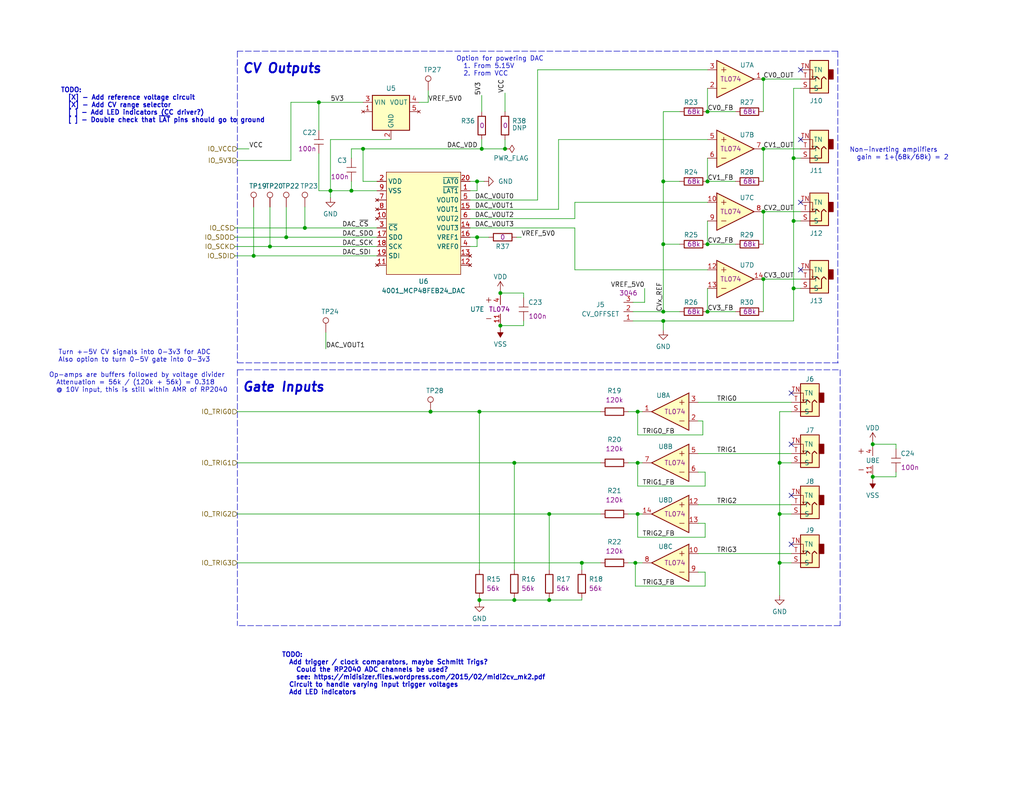
<source format=kicad_sch>
(kicad_sch (version 20211123) (generator eeschema)
  (paper "USLetter")
  (title_block (title "Binary CV Sequencer") (date "2022-03-11") (rev "0.1") (company "Shulltronics"))
  (lib_symbols
    (symbol "Shulltronics_Connectors:3046_Header_Male_Vert_3pos" (pin_names (offset 1.016))
      (property "Reference" "J" (at 0 6.35 0))
      (property "SPN" "3046" (at 0 -5.08 0))
      (symbol "3046_Header_Male_Vert_3pos_1_1"
        (pin passive line (at -1.27 2.54 0) (length 2.54) (name "~") (number "1"))
        (pin passive line (at -1.27 0 0) (length 2.54) (name "~") (number "2"))
        (pin passive line (at -1.27 -2.54 0) (length 2.54) (name "~") (number "3"))
      )
    )
    (symbol "Shulltronics_Connectors:3085_MiniJack_Thonk_Vert" (pin_names (offset 1.016))
      (property "Reference" "J" (at 0 -5.08 0))
      (symbol "3085_MiniJack_Thonk_Vert_1_1"
        (rectangle (start -2.54 1.27) (end -3.81 -1.27) (stroke (width 0.254)) (fill (type outline)))
        (polyline (pts (xy 1.778 1.016) (xy 2.032 0.508)))
        (polyline (pts (xy 0 1.27) (xy 0.635 0.635) (xy 1.27 1.27) (xy 2.54 1.27)) (stroke (width 0.254)))
        (polyline (pts (xy 2.54 -1.27) (xy 1.778 -1.27) (xy 1.778 1.016) (xy 1.524 0.508)))
        (polyline (pts (xy 2.54 3.81) (xy -0.635 3.81) (xy -0.635 1.27) (xy -1.27 0.635) (xy -1.905 1.27)) (stroke (width 0.254)))
        (rectangle (start 2.54 5.08) (end -2.54 -3.81) (stroke (width 0.254)) (fill (type background)))
        (pin passive line (at 5.08 3.81 180) (length 2.54) (name "S") (number "S"))
        (pin passive line (at 5.08 1.27 180) (length 2.54) (name "T") (number "T"))
        (pin passive line (at 5.08 -1.27 180) (length 2.54) (name "TN") (number "TN"))
      )
    )
    (symbol "Shulltronics_ICs:3099_TL074CPW_SMD" (pin_names hide)
      (property "Reference" "U" (at 3.81 2.54 0))
      (property "Val" "TL074" (at 1.27 0 0))
      (symbol "3099_TL074CPW_SMD_0_1"
        (polyline (pts (xy -2.54 -2.54) (xy -1.27 -2.54)))
        (polyline (pts (xy -2.54 2.54) (xy -1.27 2.54)))
        (polyline (pts (xy -1.905 3.175) (xy -1.905 1.905)))
      )
      (symbol "3099_TL074CPW_SMD_1_1"
        (polyline (pts (xy -3.81 5.08) (xy 6.35 0) (xy -3.81 -5.08) (xy -3.81 5.08)) (stroke (width 0.254)) (fill (type background)))
        (pin output line (at 8.89 0 180) (length 2.54) (name "1OUT") (number "1"))
        (pin input line (at -6.35 -2.54 0) (length 2.54) (name "1IN-") (number "2"))
        (pin input line (at -6.35 2.54 0) (length 2.54) (name "1IN+") (number "3"))
      )
      (symbol "3099_TL074CPW_SMD_2_1"
        (polyline (pts (xy -3.81 5.08) (xy 6.35 0) (xy -3.81 -5.08) (xy -3.81 5.08)) (stroke (width 0.254)) (fill (type background)))
        (pin input line (at -6.35 2.54 0) (length 2.54) (name "2IN+") (number "5"))
        (pin input line (at -6.35 -2.54 0) (length 2.54) (name "2IN-") (number "6"))
        (pin output line (at 8.89 0 180) (length 2.54) (name "2OUT") (number "7"))
      )
      (symbol "3099_TL074CPW_SMD_3_1"
        (polyline (pts (xy -3.81 5.08) (xy 6.35 0) (xy -3.81 -5.08) (xy -3.81 5.08)) (stroke (width 0.254)) (fill (type background)))
        (pin input line (at -6.35 2.54 0) (length 2.54) (name "3IN+") (number "10"))
        (pin output line (at 8.89 0 180) (length 2.54) (name "3OUT") (number "8"))
        (pin input line (at -6.35 -2.54 0) (length 2.54) (name "3IN-") (number "9"))
      )
      (symbol "3099_TL074CPW_SMD_4_1"
        (polyline (pts (xy -3.81 5.08) (xy 6.35 0) (xy -3.81 -5.08) (xy -3.81 5.08)) (stroke (width 0.254)) (fill (type background)))
        (pin input line (at -6.35 2.54 0) (length 2.54) (name "4IN+") (number "12"))
        (pin input line (at -6.35 -2.54 0) (length 2.54) (name "4IN-") (number "13"))
        (pin output line (at 8.89 0 180) (length 2.54) (name "4OUT") (number "14"))
      )
      (symbol "3099_TL074CPW_SMD_5_1"
        (pin power_in line (at 1.27 -3.81 90) (length 2.54) (name "VEE") (number "11"))
        (pin power_in line (at 1.27 3.81 270) (length 2.54) (name "VCC") (number "4"))
      )
    )
    (symbol "Shulltronics_ICs:4001_MCP48FEB24_DAC"
      (property "Reference" "U" (at 0 15.24 0))
      (property "Value" "4001_MCP48FEB24_DAC" (at 0 -15.24 0))
      (symbol "4001_MCP48FEB24_DAC_0_1"
        (rectangle (start -10.16 13.97) (end 10.16 -13.97) (fill (type background)))
      )
      (symbol "4001_MCP48FEB24_DAC_1_1"
        (pin input line (at 12.7 8.89 180) (length 2.54) (name "~{LAT1}") (number "1"))
        (pin no_connect line (at -12.7 1.27 0) (length 2.54) (name "") (number "10"))
        (pin no_connect line (at -12.7 -11.43 0) (length 2.54) (name "") (number "11"))
        (pin no_connect line (at 12.7 -11.43 180) (length 2.54) (name "") (number "12"))
        (pin no_connect line (at 12.7 -8.89 180) (length 2.54) (name "") (number "13"))
        (pin output line (at 12.7 -1.27 180) (length 2.54) (name "VOUT3") (number "14"))
        (pin output line (at 12.7 3.81 180) (length 2.54) (name "VOUT1") (number "15"))
        (pin input line (at 12.7 -3.81 180) (length 2.54) (name "VREF1") (number "16"))
        (pin output line (at -12.7 -3.81 0) (length 2.54) (name "SDO") (number "17"))
        (pin input line (at -12.7 -6.35 0) (length 2.54) (name "SCK") (number "18"))
        (pin input line (at -12.7 -8.89 0) (length 2.54) (name "SDI") (number "19"))
        (pin power_in line (at -12.7 11.43 0) (length 2.54) (name "VDD") (number "2"))
        (pin input line (at 12.7 11.43 180) (length 2.54) (name "~{LAT0}") (number "20"))
        (pin input line (at -12.7 -1.27 0) (length 2.54) (name "~{CS}") (number "3"))
        (pin input line (at 12.7 -6.35 180) (length 2.54) (name "VREF0") (number "4"))
        (pin output line (at 12.7 6.35 180) (length 2.54) (name "VOUT0") (number "5"))
        (pin output line (at 12.7 1.27 180) (length 2.54) (name "VOUT2") (number "6"))
        (pin no_connect line (at -12.7 6.35 0) (length 2.54) (name "") (number "7"))
        (pin no_connect line (at -12.7 3.81 0) (length 2.54) (name "") (number "8"))
        (pin power_in line (at -12.7 8.89 0) (length 2.54) (name "VSS") (number "9"))
      )
    )
    (symbol "Shulltronics_Passives:3089_Capacitor_100n_16V_0402" (pin_numbers hide) (pin_names (offset 1.016) hide)
      (property "Reference" "C" (at -3.81 2.54 0))
      (property "Val" "100n" (at 2.54 2.54 0))
      (symbol "3089_Capacitor_100n_16V_0402_1_1"
        (polyline (pts (xy -1.27 -1.27) (xy -1.27 1.27)))
        (polyline (pts (xy 0 1.27) (xy 0 -1.27)))
        (pin passive line (at -3.81 0 0) (length 2.54) (name "~") (number "1"))
        (pin passive line (at 2.54 0 180) (length 2.54) (name "~") (number "2"))
      )
    )
    (symbol "Shulltronics_Passives:4006_Resistor_SMD_68k_0.125W_1%" (pin_numbers hide) (pin_names (offset 0) hide)
      (property "Reference" "R" (at 0 0 90))
      (property "Val" "68k" (at 2.54 0 90))
      (symbol "4006_Resistor_SMD_68k_0.125W_1%_1_1"
        (rectangle (start -1.016 -2.54) (end 1.016 2.54) (stroke (width 0.254)))
        (pin passive line (at 0 3.81 270) (length 1.27) (name "~") (number "1"))
        (pin passive line (at 0 -3.81 90) (length 1.27) (name "~") (number "2"))
      )
    )
    (symbol "Shulltronics_Passives:4021_Resistor_SMD_Jumper" (pin_numbers hide) (pin_names (offset 0) hide)
      (property "Reference" "R" (at -2.54 0 90))
      (property "Val" "0" (at 0 0 90))
      (symbol "4021_Resistor_SMD_Jumper_1_1"
        (rectangle (start -1.016 -2.54) (end 1.016 2.54) (stroke (width 0.254)))
        (pin passive line (at 0 3.81 270) (length 1.27) (name "~") (number "1"))
        (pin passive line (at 0 -3.81 90) (length 1.27) (name "~") (number "2"))
      )
    )
    (symbol "Shulltronics_Passives:4022_Resistor_SMD_120k_0.125W_1%" (pin_numbers hide) (pin_names (offset 0) hide)
      (property "Reference" "R" (at 0 0 90))
      (property "Val" "120k" (at 2.54 0 90))
      (symbol "4022_Resistor_SMD_120k_0.125W_1%_1_1"
        (rectangle (start -1.016 -2.54) (end 1.016 2.54) (stroke (width 0.254)))
        (pin passive line (at 0 3.81 270) (length 1.27) (name "~") (number "1"))
        (pin passive line (at 0 -3.81 90) (length 1.27) (name "~") (number "2"))
      )
    )
    (symbol "Shulltronics_Passives:4023_Resistor_SMD_56k_0.125W_1%" (pin_numbers hide) (pin_names (offset 0) hide)
      (property "Reference" "R" (at 0 0 90))
      (property "Val" "56k" (at 2.54 0 90))
      (symbol "4023_Resistor_SMD_56k_0.125W_1%_1_1"
        (rectangle (start -1.016 -2.54) (end 1.016 2.54) (stroke (width 0.254)))
        (pin passive line (at 0 3.81 270) (length 1.27) (name "~") (number "1"))
        (pin passive line (at 0 -3.81 90) (length 1.27) (name "~") (number "2"))
      )
    )
    (symbol "Shulltronics_Sch_Symbols:GND" (power) (pin_names (offset 0))
      (property "Value" "GND" (at 0 -3.81 0))
      (symbol "GND_0_1"
        (polyline (pts (xy 0 0) (xy 0 -1.27) (xy 1.27 -1.27) (xy 0 -2.54) (xy -1.27 -1.27) (xy 0 -1.27)))
      )
      (symbol "GND_1_1"
        (pin power_in line (at 0 0 270) (length 0) hide (name "GND") (number "1"))
      )
    )
    (symbol "Shulltronics_Sch_Symbols:PWR_FLAG" (power) (pin_numbers hide) (pin_names (offset 0) hide)
      (property "Value" "PWR_FLAG" (at 0 3.81 0))
      (symbol "PWR_FLAG_0_0"
        (pin power_out line (at 0 0 90) (length 0) (name "pwr") (number "1"))
      )
      (symbol "PWR_FLAG_0_1"
        (polyline (pts (xy 0 0) (xy 0 1.27) (xy -1.016 1.905) (xy 0 2.54) (xy 1.016 1.905) (xy 0 1.27)))
      )
    )
    (symbol "Shulltronics_Sch_Symbols:TestPoint" (pin_numbers hide) (pin_names (offset 0.762) hide)
      (property "Reference" "TP" (at 0 6.858 0))
      (symbol "TestPoint_0_1"
        (circle (center 0 3.302) (radius 0.762))
      )
      (symbol "TestPoint_1_1"
        (pin passive line (at 0 0 90) (length 2.54) (name "1") (number "1"))
      )
    )
    (symbol "Shulltronics_Sch_Symbols:VDD" (power) (pin_names (offset 0))
      (property "Value" "VDD" (at 0 3.81 0))
      (symbol "VDD_0_1"
        (polyline (pts (xy -0.762 1.27) (xy 0 2.54)))
        (polyline (pts (xy 0 0) (xy 0 2.54)))
        (polyline (pts (xy 0 2.54) (xy 0.762 1.27)))
      )
      (symbol "VDD_1_1"
        (pin power_in line (at 0 0 90) (length 0) hide (name "VDD") (number "1"))
      )
    )
    (symbol "Shulltronics_Sch_Symbols:VSS" (power) (pin_names (offset 0))
      (property "Value" "VSS" (at 0 3.81 0))
      (symbol "VSS_0_1"
        (polyline (pts (xy 0 0) (xy 0 2.54)))
        (polyline (pts (xy 0.762 1.27) (xy -0.762 1.27) (xy 0 2.54) (xy 0.762 1.27)) (fill (type outline)))
      )
      (symbol "VSS_1_1"
        (pin power_in line (at 0 0 90) (length 0) hide (name "VSS") (number "1"))
      )
    )
    (symbol "Shulltronics_Semiconductors:4014_Voltage_Reference_5V_SOT23-6"
      (property "Reference" "U" (at 0 7.62 0))
      (symbol "4014_Voltage_Reference_5V_SOT23-6_1_1"
        (rectangle (start -5.08 4.445) (end 5.08 -5.08) (stroke (width 0.254)) (fill (type background)))
        (pin no_connect line (at -7.62 0 0) (length 2.54) (name "") (number "1"))
        (pin power_in line (at 0 -7.62 90) (length 2.54) (name "GND") (number "2"))
        (pin power_in line (at -7.62 2.54 0) (length 2.54) (name "VIN") (number "3"))
        (pin output line (at 7.62 2.54 180) (length 2.54) (name "VOUT") (number "4"))
        (pin no_connect line (at 7.62 0 180) (length 2.54) (name "") (number "5"))
      )
    )
  )
  (junction (at 140.335 163.83))
  (junction (at 193.04 30.48))
  (junction (at 180.975 85.09))
  (junction (at 173.99 140.335))
  (junction (at 216.535 60.325))
  (junction (at 208.28 76.2))
  (junction (at 117.475 112.395))
  (junction (at 149.86 140.335))
  (junction (at 212.725 153.67))
  (junction (at 149.86 163.83))
  (junction (at 83.185 62.23))
  (junction (at 69.215 69.85))
  (junction (at 130.81 163.83))
  (junction (at 73.66 67.31))
  (junction (at 208.28 21.59))
  (junction (at 173.99 126.365))
  (junction (at 130.175 64.77))
  (junction (at 238.125 130.175))
  (junction (at 86.995 27.94))
  (junction (at 216.535 78.74))
  (junction (at 136.525 80.01))
  (junction (at 216.535 43.18))
  (junction (at 193.04 66.675))
  (junction (at 208.28 40.64))
  (junction (at 137.795 40.64))
  (junction (at 95.885 52.07))
  (junction (at 208.28 57.785))
  (junction (at 99.06 40.64))
  (junction (at 136.525 88.9))
  (junction (at 180.975 87.63))
  (junction (at 193.04 49.53))
  (junction (at 130.175 49.53))
  (junction (at 180.975 66.675))
  (junction (at 130.81 112.395))
  (junction (at 193.04 85.09))
  (junction (at 173.99 112.395))
  (junction (at 158.75 153.67))
  (junction (at 90.17 52.07))
  (junction (at 180.975 49.53))
  (junction (at 78.105 64.77))
  (junction (at 212.725 140.335))
  (junction (at 131.445 40.64))
  (junction (at 173.355 153.67))
  (junction (at 212.725 126.365))
  (junction (at 140.335 126.365))
  (junction (at 238.125 121.285))
  (no_connect (at 215.9 121.285))
  (no_connect (at 215.9 135.255))
  (no_connect (at 215.9 107.315))
  (no_connect (at 218.44 73.66))
  (no_connect (at 218.44 55.245))
  (no_connect (at 218.44 38.1))
  (no_connect (at 218.44 19.05))
  (no_connect (at 215.9 148.59))
  (wire (pts (xy 137.795 38.1) (xy 137.795 40.64)))
  (wire (pts (xy 136.525 80.01) (xy 136.525 80.645)))
  (wire (pts (xy 173.99 118.745) (xy 191.77 118.745)))
  (wire (pts (xy 244.475 121.285) (xy 238.125 121.285)))
  (wire (pts (xy 208.28 40.64) (xy 208.28 49.53)))
  (wire (pts (xy 193.04 30.48) (xy 200.66 30.48)))
  (wire (pts (xy 173.99 112.395) (xy 173.99 118.745)))
  (wire (pts (xy 95.885 49.53) (xy 95.885 52.07)))
  (wire (pts (xy 137.795 40.64) (xy 131.445 40.64)))
  (wire (pts (xy 64.135 64.77) (xy 78.105 64.77)))
  (wire (pts (xy 180.975 66.675) (xy 180.975 49.53)))
  (wire (pts (xy 130.81 112.395) (xy 130.81 155.575)))
  (wire (pts (xy 208.28 57.785) (xy 218.44 57.785)))
  (wire (pts (xy 180.975 85.09) (xy 180.975 66.675)))
  (wire (pts (xy 180.975 85.09) (xy 185.42 85.09)))
  (wire (pts (xy 180.975 87.63) (xy 216.535 87.63)))
  (wire (pts (xy 78.105 56.515) (xy 78.105 64.77)))
  (wire (pts (xy 90.17 52.07) (xy 95.885 52.07)))
  (wire (pts (xy 193.04 55.245) (xy 156.845 55.245)))
  (wire (pts (xy 171.45 140.335) (xy 173.99 140.335)))
  (wire (pts (xy 156.845 55.245) (xy 156.845 59.69)))
  (wire (pts (xy 244.475 122.555) (xy 244.475 121.285)))
  (wire (pts (xy 130.175 49.53) (xy 128.27 49.53)))
  (wire (pts (xy 79.375 43.815) (xy 79.375 27.94)))
  (wire (pts (xy 146.685 54.61) (xy 128.27 54.61)))
  (wire (pts (xy 173.99 146.685) (xy 192.405 146.685)))
  (wire (pts (xy 244.475 130.175) (xy 244.475 128.905)))
  (wire (pts (xy 156.845 59.69) (xy 128.27 59.69)))
  (wire (pts (xy 156.845 73.66) (xy 193.04 73.66)))
  (wire (pts (xy 158.75 153.67) (xy 163.83 153.67)))
  (polyline (pts (xy 64.77 100.965) (xy 229.235 100.965)))
  (wire (pts (xy 99.06 40.64) (xy 95.885 40.64)))
  (wire (pts (xy 212.725 140.335) (xy 215.9 140.335)))
  (wire (pts (xy 216.535 78.74) (xy 216.535 60.325)))
  (wire (pts (xy 171.45 153.67) (xy 173.355 153.67)))
  (wire (pts (xy 130.175 64.77) (xy 133.35 64.77)))
  (wire (pts (xy 212.725 140.335) (xy 212.725 153.67)))
  (wire (pts (xy 190.5 156.21) (xy 192.405 156.21)))
  (wire (pts (xy 180.975 30.48) (xy 185.42 30.48)))
  (polyline (pts (xy 228.6 13.97) (xy 228.6 99.06)))
  (wire (pts (xy 180.975 66.675) (xy 185.42 66.675)))
  (wire (pts (xy 137.795 25.4) (xy 137.795 30.48)))
  (wire (pts (xy 191.77 114.935) (xy 191.77 118.745)))
  (wire (pts (xy 130.81 163.83) (xy 130.81 164.465)))
  (wire (pts (xy 116.84 24.765) (xy 116.84 27.94)))
  (wire (pts (xy 193.04 60.325) (xy 193.04 66.675)))
  (wire (pts (xy 90.17 52.07) (xy 90.17 53.975)))
  (wire (pts (xy 216.535 43.18) (xy 216.535 24.13)))
  (wire (pts (xy 128.27 57.15) (xy 152.4 57.15)))
  (wire (pts (xy 175.895 82.55) (xy 172.72 82.55)))
  (wire (pts (xy 175.26 112.395) (xy 173.99 112.395)))
  (polyline (pts (xy 229.235 100.965) (xy 229.235 170.815)))
  (wire (pts (xy 180.975 49.53) (xy 180.975 30.48)))
  (wire (pts (xy 158.75 155.575) (xy 158.75 153.67)))
  (wire (pts (xy 156.845 62.23) (xy 156.845 73.66)))
  (wire (pts (xy 64.77 43.815) (xy 79.375 43.815)))
  (wire (pts (xy 238.125 120.65) (xy 238.125 121.285)))
  (wire (pts (xy 216.535 78.74) (xy 216.535 87.63)))
  (wire (pts (xy 136.525 88.9) (xy 136.525 89.535)))
  (wire (pts (xy 90.17 38.1) (xy 106.68 38.1)))
  (wire (pts (xy 212.725 126.365) (xy 215.9 126.365)))
  (wire (pts (xy 86.995 41.91) (xy 86.995 52.07)))
  (wire (pts (xy 86.995 27.94) (xy 86.995 35.56)))
  (wire (pts (xy 193.04 24.13) (xy 193.04 30.48)))
  (wire (pts (xy 216.535 78.74) (xy 218.44 78.74)))
  (wire (pts (xy 193.04 78.74) (xy 193.04 85.09)))
  (wire (pts (xy 212.725 126.365) (xy 212.725 140.335)))
  (wire (pts (xy 99.06 40.64) (xy 131.445 40.64)))
  (wire (pts (xy 64.135 67.31) (xy 73.66 67.31)))
  (wire (pts (xy 64.135 62.23) (xy 83.185 62.23)))
  (wire (pts (xy 190.5 137.795) (xy 215.9 137.795)))
  (wire (pts (xy 193.04 49.53) (xy 200.66 49.53)))
  (wire (pts (xy 190.5 109.855) (xy 215.9 109.855)))
  (wire (pts (xy 192.405 156.21) (xy 192.405 160.02)))
  (wire (pts (xy 149.86 155.575) (xy 149.86 140.335)))
  (wire (pts (xy 238.125 130.175) (xy 238.125 130.81)))
  (wire (pts (xy 140.335 163.83) (xy 140.335 163.195)))
  (wire (pts (xy 173.99 140.335) (xy 173.99 146.685)))
  (wire (pts (xy 212.725 112.395) (xy 212.725 126.365)))
  (wire (pts (xy 86.995 52.07) (xy 90.17 52.07)))
  (wire (pts (xy 212.725 153.67) (xy 215.9 153.67)))
  (wire (pts (xy 173.99 132.715) (xy 173.99 126.365)))
  (wire (pts (xy 208.28 57.785) (xy 208.28 66.675)))
  (wire (pts (xy 99.06 49.53) (xy 99.06 40.64)))
  (wire (pts (xy 64.77 126.365) (xy 140.335 126.365)))
  (wire (pts (xy 216.535 60.325) (xy 218.44 60.325)))
  (wire (pts (xy 192.405 160.02) (xy 173.355 160.02)))
  (wire (pts (xy 172.72 85.09) (xy 180.975 85.09)))
  (wire (pts (xy 149.86 140.335) (xy 163.83 140.335)))
  (wire (pts (xy 175.26 140.335) (xy 173.99 140.335)))
  (wire (pts (xy 136.525 79.375) (xy 136.525 80.01)))
  (wire (pts (xy 117.475 112.395) (xy 130.81 112.395)))
  (wire (pts (xy 130.81 163.195) (xy 130.81 163.83)))
  (wire (pts (xy 69.215 69.85) (xy 102.87 69.85)))
  (wire (pts (xy 128.27 67.31) (xy 130.175 67.31)))
  (wire (pts (xy 216.535 43.18) (xy 218.44 43.18)))
  (wire (pts (xy 130.175 52.07) (xy 130.175 49.53)))
  (wire (pts (xy 78.105 64.77) (xy 102.87 64.77)))
  (wire (pts (xy 215.9 112.395) (xy 212.725 112.395)))
  (wire (pts (xy 86.995 27.94) (xy 99.06 27.94)))
  (wire (pts (xy 216.535 24.13) (xy 218.44 24.13)))
  (wire (pts (xy 238.125 130.175) (xy 244.475 130.175)))
  (wire (pts (xy 173.99 132.715) (xy 192.405 132.715)))
  (wire (pts (xy 193.04 19.05) (xy 146.685 19.05)))
  (wire (pts (xy 238.125 121.285) (xy 238.125 121.92)))
  (wire (pts (xy 114.3 27.94) (xy 116.84 27.94)))
  (wire (pts (xy 171.45 112.395) (xy 173.99 112.395)))
  (wire (pts (xy 173.99 126.365) (xy 175.26 126.365)))
  (wire (pts (xy 208.28 76.2) (xy 218.44 76.2)))
  (wire (pts (xy 190.5 128.905) (xy 192.405 128.905)))
  (wire (pts (xy 208.28 21.59) (xy 218.44 21.59)))
  (wire (pts (xy 88.9 90.805) (xy 88.9 95.25)))
  (wire (pts (xy 136.525 88.9) (xy 142.875 88.9)))
  (wire (pts (xy 142.875 88.9) (xy 142.875 87.63)))
  (wire (pts (xy 142.875 81.28) (xy 142.875 80.01)))
  (wire (pts (xy 73.66 56.515) (xy 73.66 67.31)))
  (wire (pts (xy 192.405 128.905) (xy 192.405 132.715)))
  (wire (pts (xy 140.97 64.77) (xy 142.24 64.77)))
  (wire (pts (xy 149.86 163.83) (xy 158.75 163.83)))
  (wire (pts (xy 131.445 40.64) (xy 131.445 38.1)))
  (polyline (pts (xy 64.77 13.97) (xy 64.77 99.06)))
  (wire (pts (xy 171.45 126.365) (xy 173.99 126.365)))
  (wire (pts (xy 238.125 129.54) (xy 238.125 130.175)))
  (wire (pts (xy 173.355 160.02) (xy 173.355 153.67)))
  (wire (pts (xy 140.335 163.83) (xy 149.86 163.83)))
  (wire (pts (xy 64.77 112.395) (xy 117.475 112.395)))
  (wire (pts (xy 192.405 146.685) (xy 192.405 142.875)))
  (wire (pts (xy 102.87 49.53) (xy 99.06 49.53)))
  (wire (pts (xy 175.895 78.74) (xy 175.895 82.55)))
  (wire (pts (xy 95.885 52.07) (xy 102.87 52.07)))
  (polyline (pts (xy 229.235 170.815) (xy 64.77 170.815)))
  (wire (pts (xy 158.75 163.195) (xy 158.75 163.83)))
  (wire (pts (xy 173.355 153.67) (xy 175.26 153.67)))
  (wire (pts (xy 152.4 57.15) (xy 152.4 38.1)))
  (wire (pts (xy 208.28 21.59) (xy 208.28 30.48)))
  (polyline (pts (xy 64.77 99.06) (xy 229.235 99.06)))
  (wire (pts (xy 130.175 64.77) (xy 128.27 64.77)))
  (wire (pts (xy 208.28 76.2) (xy 208.28 85.09)))
  (wire (pts (xy 152.4 38.1) (xy 193.04 38.1)))
  (wire (pts (xy 212.725 153.67) (xy 212.725 162.56)))
  (wire (pts (xy 163.83 112.395) (xy 130.81 112.395)))
  (wire (pts (xy 130.175 49.53) (xy 132.08 49.53)))
  (wire (pts (xy 95.885 40.64) (xy 95.885 43.18)))
  (wire (pts (xy 64.77 153.67) (xy 158.75 153.67)))
  (wire (pts (xy 69.215 56.515) (xy 69.215 69.85)))
  (wire (pts (xy 216.535 60.325) (xy 216.535 43.18)))
  (wire (pts (xy 149.86 163.195) (xy 149.86 163.83)))
  (wire (pts (xy 130.81 163.83) (xy 140.335 163.83)))
  (wire (pts (xy 140.335 126.365) (xy 163.83 126.365)))
  (wire (pts (xy 140.335 155.575) (xy 140.335 126.365)))
  (wire (pts (xy 64.135 69.85) (xy 69.215 69.85)))
  (wire (pts (xy 190.5 123.825) (xy 215.9 123.825)))
  (wire (pts (xy 180.975 87.63) (xy 180.975 90.17)))
  (wire (pts (xy 208.28 40.64) (xy 218.44 40.64)))
  (wire (pts (xy 193.04 85.09) (xy 200.66 85.09)))
  (wire (pts (xy 131.445 26.035) (xy 131.445 30.48)))
  (wire (pts (xy 146.685 19.05) (xy 146.685 54.61)))
  (wire (pts (xy 172.72 87.63) (xy 180.975 87.63)))
  (polyline (pts (xy 64.77 100.965) (xy 64.77 170.815)))
  (polyline (pts (xy 228.6 13.97) (xy 64.77 13.97)))
  (wire (pts (xy 193.04 43.18) (xy 193.04 49.53)))
  (wire (pts (xy 142.875 80.01) (xy 136.525 80.01)))
  (wire (pts (xy 190.5 151.13) (xy 215.9 151.13)))
  (wire (pts (xy 128.27 62.23) (xy 156.845 62.23)))
  (wire (pts (xy 90.17 52.07) (xy 90.17 38.1)))
  (wire (pts (xy 64.77 40.64) (xy 67.945 40.64)))
  (wire (pts (xy 190.5 114.935) (xy 191.77 114.935)))
  (wire (pts (xy 83.185 62.23) (xy 102.87 62.23)))
  (wire (pts (xy 136.525 88.265) (xy 136.525 88.9)))
  (wire (pts (xy 192.405 142.875) (xy 190.5 142.875)))
  (wire (pts (xy 73.66 67.31) (xy 102.87 67.31)))
  (wire (pts (xy 193.04 66.675) (xy 200.66 66.675)))
  (wire (pts (xy 83.185 56.515) (xy 83.185 62.23)))
  (wire (pts (xy 128.27 52.07) (xy 130.175 52.07)))
  (wire (pts (xy 180.975 49.53) (xy 185.42 49.53)))
  (wire (pts (xy 130.175 67.31) (xy 130.175 64.77)))
  (wire (pts (xy 64.77 140.335) (xy 149.86 140.335)))
  (wire (pts (xy 79.375 27.94) (xy 86.995 27.94)))
  (text "TODO:\n  [X] - Add reference voltage circuit\n  [X] - Add CV range selector\n  [ ] - Add LED indicators (CC driver?)\n  [ ] - Double check that ~{LAT} pins should go to ground\n" (at 16.51 33.655 0) (effects (font (size 1.27 1.27) (thickness 0.254) bold) (justify left bottom)))
  (text "Gate Inputs" (at 66.04 107.315 0) (effects (font (size 2.54 2.54) (thickness 0.508) bold italic) (justify left bottom)))
  (text "Turn +-5V CV signals into 0-3v3 for ADC\nAlso option to turn 0-5V gate into 0-3v3" (at 15.875 99.06 0) (effects (font (size 1.27 1.27)) (justify left bottom)))
  (text "CV Outputs" (at 66.04 20.32 0) (effects (font (size 2.54 2.54) (thickness 0.508) bold italic) (justify left bottom)))
  (text "Op-amps are buffers followed by voltage divider\n  Attenuation = 56k / (120k + 56k) = 0.318\n  @ 10V input, this is still within AMR of RP2040" (at 13.335 107.315 0) (effects (font (size 1.27 1.27)) (justify left bottom)))
  (text "Option for powering DAC\n  1. From 5.15V\n  2. From VCC" (at 124.46 20.955 0) (effects (font (size 1.27 1.27)) (justify left bottom)))
  (text "TODO:\n  Add trigger / clock comparators, maybe Schmitt Trigs?\n    Could the RP2040 ADC channels be used?\n    see: https://midisizer.files.wordpress.com/2015/02/midi2cv_mk2.pdf\n  Circuit to handle varying input trigger voltages\n  Add LED indicators\n" (at 76.835 189.865 0) (effects (font (size 1.27 1.27) (thickness 0.254) bold) (justify left bottom)))
  (text "Non-inverting amplifiers\n  gain = 1+(68k/68k) = 2" (at 231.775 43.815 0) (effects (font (size 1.27 1.27)) (justify left bottom)))
  (label "TRIG2" (at 195.58 137.795 0))
  (label "CV0_OUT" (at 208.28 21.59 0))
  (label "VCC" (at 67.945 40.64 0))
  (label "DAC_SDI" (at 93.345 69.85 0))
  (label "CV0_FB" (at 193.04 30.48 0))
  (label "CV1_FB" (at 193.04 49.53 0))
  (label "5V3" (at 90.17 27.94 0))
  (label "DAC_VOUT2" (at 129.54 59.69 0))
  (label "TRIG3_FB" (at 175.26 160.02 0))
  (label "VREF_5V0" (at 142.24 64.77 0))
  (label "TRIG2_FB" (at 175.26 146.685 0))
  (label "DAC_SCK" (at 93.345 67.31 0))
  (label "CV2_OUT" (at 208.28 57.785 0))
  (label "TRIG0" (at 195.58 109.855 0))
  (label "DAC_VOUT1" (at 129.54 57.15 0))
  (label "DAC_VDD" (at 121.92 40.64 0))
  (label "TRIG0_FB" (at 175.26 118.745 0))
  (label "DAC_SDO" (at 93.345 64.77 0))
  (label "TRIG1" (at 195.58 123.825 0))
  (label "DAC_VOUT1" (at 88.9 95.25 0))
  (label "CV3_FB" (at 193.04 85.09 0))
  (label "CV2_FB" (at 193.04 66.675 0))
  (label "5V3" (at 131.445 26.035 90))
  (label "DAC_~{CS}" (at 93.345 62.23 0))
  (label "CV3_OUT" (at 208.28 76.2 0))
  (label "DAC_VOUT3" (at 129.54 62.23 0))
  (label "TRIG3" (at 195.58 151.13 0))
  (label "VREF_5V0" (at 116.84 27.94 0))
  (label "TRIG1_FB" (at 175.26 132.715 0))
  (label "VCC" (at 137.795 25.4 90))
  (label "VREF_5V0" (at 175.895 78.74 180))
  (label "CV1_OUT" (at 208.28 40.64 0))
  (label "DAC_VOUT0" (at 129.54 54.61 0))
  (label "CVx_REF" (at 180.975 85.09 90))
  (hierarchical_label "IO_TRIG2" (shape input) (at 64.77 140.335 180))
  (hierarchical_label "IO_5V3" (shape input) (at 64.77 43.815 180))
  (hierarchical_label "IO_VCC" (shape input) (at 64.77 40.64 180))
  (hierarchical_label "IO_SDO" (shape input) (at 64.135 64.77 180))
  (hierarchical_label "IO_TRIG1" (shape input) (at 64.77 126.365 180))
  (hierarchical_label "IO_TRIG3" (shape input) (at 64.77 153.67 180))
  (hierarchical_label "IO_SCK" (shape input) (at 64.135 67.31 180))
  (hierarchical_label "IO_CS" (shape input) (at 64.135 62.23 180))
  (hierarchical_label "IO_SDI" (shape input) (at 64.135 69.85 180))
  (hierarchical_label "IO_TRIG0" (shape input) (at 64.77 112.395 180))
  (symbol (lib_id "Shulltronics_Passives:3089_Capacitor_100n_16V_0402") (at 244.475 125.095 90) (unit 1)
    (property "Reference" "C24" (at 247.65 123.825 90))
    (property "Value" "3089_Capacitor_100n_16V_SMD" (effects hide))
    (property "Footprint" "Shulltronics_Generics:C_0402_HandSolder" (effects hide))
    (property "Datasheet" "https://media.digikey.com/pdf/Data%20Sheets/Samsung%20PDFs/CL05A104KA5NNNC.pdf" (effects hide))
    (property "SPN" "3089" (effects hide))
    (property "Val" "100n" (at 248.285 127.635 90))
  )
  (symbol (lib_id "Shulltronics_Sch_Symbols:TestPoint") (at 78.105 56.515 0) (unit 1)
    (property "Reference" "TP22" (at 76.835 50.8 0) (effects (justify left)))
    (property "Value" "SDO" (effects hide))
    (property "Footprint" "Shulltronics_Generics:TestPoint_Pad_D2.0mm" (effects hide))
  )
  (symbol (lib_id "Shulltronics_Sch_Symbols:VSS") (at 136.525 89.535 180) (unit 1)
    (property "Reference" "#PWR026" (effects hide))
    (property "Value" "VSS" (at 136.525 93.98 0))
  )
  (symbol (lib_id "Shulltronics_Connectors:3085_MiniJack_Thonk_Vert") (at 220.98 136.525 180) (unit 1)
    (property "Reference" "J8" (at 220.98 131.445 0))
    (property "Value" "3085_MiniJack_Thonk_Vert" (effects hide))
    (property "Footprint" "Shulltronics_Connectors:3085_MiniJack_Thonk_Vert" (effects hide))
    (property "Datasheet" "https://www.thonk.co.uk/shop/thonkiconn/" (effects hide))
    (property "SPN" "3085" (effects hide))
  )
  (symbol (lib_id "Shulltronics_ICs:3099_TL074CPW_SMD") (at 184.15 153.67 0) (mirror y) (unit 3)
    (property "Reference" "U8" (at 181.61 149.225 0))
    (property "Value" "3099_TL074CPW_SMD" (effects hide))
    (property "Footprint" "Shulltronics_Integrated_Circuits:3099_TL074CPW_TSSOP14" (effects hide))
    (property "Datasheet" "https://www.ti.com/lit/ds/symlink/tl071a.pdf?HQS=dis-dk-null-digikeymode-dsf-pf-null-wwe&ts=1646679901639" (effects hide))
    (property "SPN" "3099" (effects hide))
    (property "Val" "TL074" (at 184.15 153.67 0))
  )
  (symbol (lib_id "Shulltronics_Passives:3089_Capacitor_100n_16V_0402") (at 142.875 83.82 90) (unit 1)
    (property "Reference" "C23" (at 146.05 82.55 90))
    (property "Value" "3089_Capacitor_100n_16V_SMD" (effects hide))
    (property "Footprint" "Shulltronics_Generics:C_0402_HandSolder" (effects hide))
    (property "Datasheet" "https://media.digikey.com/pdf/Data%20Sheets/Samsung%20PDFs/CL05A104KA5NNNC.pdf" (effects hide))
    (property "SPN" "3089" (effects hide))
    (property "Val" "100n" (at 146.685 86.36 90))
  )
  (symbol (lib_id "Shulltronics_Passives:4021_Resistor_SMD_Jumper") (at 137.16 64.77 270) (unit 1)
    (property "Reference" "R37" (at 137.16 67.31 90))
    (property "Value" "JMP" (effects hide))
    (property "Footprint" "Shulltronics_Generics:RES-0402" (effects hide))
    (property "Datasheet" "https://www.te.com/commerce/DocumentDelivery/DDEController?Action=srchrtrv&DocNm=9-1773463-9&DocType=DS&DocLang=English" (effects hide))
    (property "SPN" "4021" (effects hide))
    (property "Val" "0" (at 137.16 64.77 90))
  )
  (symbol (lib_id "Shulltronics_ICs:3099_TL074CPW_SMD") (at 184.15 126.365 0) (mirror y) (unit 2)
    (property "Reference" "U8" (at 181.61 121.92 0))
    (property "Value" "3099_TL074CPW_SMD" (effects hide))
    (property "Footprint" "Shulltronics_Integrated_Circuits:3099_TL074CPW_TSSOP14" (effects hide))
    (property "Datasheet" "https://www.ti.com/lit/ds/symlink/tl071a.pdf?HQS=dis-dk-null-digikeymode-dsf-pf-null-wwe&ts=1646679901639" (effects hide))
    (property "SPN" "3099" (effects hide))
    (property "Val" "TL074" (at 184.15 126.365 0))
  )
  (symbol (lib_id "Shulltronics_Connectors:3085_MiniJack_Thonk_Vert") (at 223.52 56.515 180) (unit 1)
    (property "Reference" "J12" (at 222.7072 63.7032 0))
    (property "Value" "3085_MiniJack_Thonk_Vert" (effects hide))
    (property "Footprint" "Shulltronics_Connectors:3085_MiniJack_Thonk_Vert" (effects hide))
    (property "Datasheet" "https://www.thonk.co.uk/shop/thonkiconn/" (effects hide))
    (property "SPN" "3085" (effects hide))
  )
  (symbol (lib_id "Shulltronics_ICs:4001_MCP48FEB24_DAC") (at 115.57 60.96 0) (unit 1)
    (property "Reference" "U6" (at 115.57 76.835 0))
    (property "Value" "4001_MCP48FEB24_DAC" (at 115.57 79.375 0))
    (property "Footprint" "Shulltronics_Generics:TSSOP-20_4.4x6.5mm_P0.65mm" (effects hide))
    (property "Datasheet" "http://ww1.microchip.com/downloads/en/DeviceDoc/MCP48FXBX4-8-Family-Data-Sheet-DS20006362A.pdf" (effects hide))
    (property "SPN" "4001" (effects hide))
  )
  (symbol (lib_id "Shulltronics_Connectors:3085_MiniJack_Thonk_Vert") (at 220.98 108.585 180) (unit 1)
    (property "Reference" "J6" (at 220.98 103.505 0))
    (property "Value" "3085_MiniJack_Thonk_Vert" (effects hide))
    (property "Footprint" "Shulltronics_Connectors:3085_MiniJack_Thonk_Vert" (effects hide))
    (property "Datasheet" "https://www.thonk.co.uk/shop/thonkiconn/" (effects hide))
    (property "SPN" "3085" (effects hide))
  )
  (symbol (lib_id "Shulltronics_Passives:4022_Resistor_SMD_120k_0.125W_1%") (at 167.64 153.67 90) (unit 1)
    (property "Reference" "R22" (at 167.64 147.955 90))
    (property "Value" "4022_Resistor_SMD_120k_0.125W_1%" (effects hide))
    (property "Footprint" "Shulltronics_Generics:RES-0402" (effects hide))
    (property "Datasheet" "https://www.te.com/commerce/DocumentDelivery/DDEController?Action=srchrtrv&DocNm=9-1773463-9&DocType=DS&DocLang=English" (effects hide))
    (property "SPN" "4022" (effects hide))
    (property "Val" "120k" (at 167.64 150.495 90))
  )
  (symbol (lib_id "Shulltronics_Sch_Symbols:TestPoint") (at 88.9 90.805 0) (unit 1)
    (property "Reference" "TP24" (at 87.63 85.09 0) (effects (justify left)))
    (property "Value" "DAC1" (effects hide))
    (property "Footprint" "Shulltronics_Generics:TestPoint_Pad_D2.0mm" (effects hide))
  )
  (symbol (lib_id "Shulltronics_Passives:4023_Resistor_SMD_56k_0.125W_1%") (at 130.81 159.385 0) (unit 1)
    (property "Reference" "R15" (at 132.715 158.1149 0) (effects (justify left)))
    (property "Value" "4023_Resistor_SMD_56k_0.125W_1%" (effects hide))
    (property "Footprint" "Shulltronics_Generics:RES-0402" (effects hide))
    (property "Datasheet" "https://www.te.com/commerce/DocumentDelivery/DDEController?Action=srchrtrv&DocNm=9-1773463-9&DocType=DS&DocLang=English" (effects hide))
    (property "SPN" "4023" (effects hide))
    (property "Val" "56k" (at 132.715 160.6549 0) (effects (justify left)))
  )
  (symbol (lib_id "Shulltronics_Connectors:3046_Header_Male_Vert_3pos") (at 171.45 85.09 180) (unit 1)
    (property "Reference" "J5" (at 163.83 83.185 0))
    (property "Value" "CV_OFFSET" (at 163.83 85.725 0))
    (property "Footprint" "Shulltronics_Generics:SMD_SolderJumper-3" (effects hide))
    (property "SPN" "3046" (at 171.45 80.01 0))
  )
  (symbol (lib_id "Shulltronics_Passives:4006_Resistor_SMD_68k_0.125W_1%") (at 189.23 30.48 90) (unit 1)
    (property "Reference" "R23" (at 190.5 27.94 90) (effects (justify left)))
    (property "Value" "4006_Resistor_SMD_68k_0.125W_1%" (effects hide))
    (property "Footprint" "Shulltronics_Generics:RES-0402" (effects hide))
    (property "Datasheet" "https://www.te.com/commerce/DocumentDelivery/DDEController?Action=srchrtrv&DocNm=9-1773463-9&DocType=DS&DocLang=English" (effects hide))
    (property "SPN" "4006" (effects hide))
    (property "Val" "68k" (at 191.135 30.48 90) (effects (justify left)))
  )
  (symbol (lib_id "Shulltronics_ICs:3099_TL074CPW_SMD") (at 184.15 140.335 0) (mirror y) (unit 4)
    (property "Reference" "U8" (at 181.61 136.525 0))
    (property "Value" "3099_TL074CPW_SMD" (effects hide))
    (property "Footprint" "Shulltronics_Integrated_Circuits:3099_TL074CPW_TSSOP14" (effects hide))
    (property "Datasheet" "https://www.ti.com/lit/ds/symlink/tl071a.pdf?HQS=dis-dk-null-digikeymode-dsf-pf-null-wwe&ts=1646679901639" (effects hide))
    (property "SPN" "3099" (effects hide))
    (property "Val" "TL074" (at 184.15 140.335 0))
  )
  (symbol (lib_id "Shulltronics_Passives:4006_Resistor_SMD_68k_0.125W_1%") (at 189.23 85.09 90) (unit 1)
    (property "Reference" "R26" (at 190.5 82.55 90) (effects (justify left)))
    (property "Value" "4006_Resistor_SMD_68k_0.125W_1%" (effects hide))
    (property "Footprint" "Shulltronics_Generics:RES-0402" (effects hide))
    (property "Datasheet" "https://www.te.com/commerce/DocumentDelivery/DDEController?Action=srchrtrv&DocNm=9-1773463-9&DocType=DS&DocLang=English" (effects hide))
    (property "SPN" "4006" (effects hide))
    (property "Val" "68k" (at 191.135 85.09 90) (effects (justify left)))
  )
  (symbol (lib_id "Shulltronics_Sch_Symbols:TestPoint") (at 73.66 56.515 0) (unit 1)
    (property "Reference" "TP20" (at 72.39 50.8 0) (effects (justify left)))
    (property "Value" "SCK" (effects hide))
    (property "Footprint" "Shulltronics_Generics:TestPoint_Pad_D2.0mm" (effects hide))
  )
  (symbol (lib_id "Shulltronics_ICs:3099_TL074CPW_SMD") (at 199.39 76.2 0) (unit 4)
    (property "Reference" "U7" (at 203.835 72.39 0))
    (property "Value" "3099_TL074CPW_SMD" (effects hide))
    (property "Footprint" "Shulltronics_Integrated_Circuits:3099_TL074CPW_TSSOP14" (effects hide))
    (property "Datasheet" "https://www.ti.com/lit/ds/symlink/tl071a.pdf?HQS=dis-dk-null-digikeymode-dsf-pf-null-wwe&ts=1646679901639" (effects hide))
    (property "SPN" "3099" (effects hide))
    (property "Val" "TL074" (at 199.39 76.2 0))
  )
  (symbol (lib_id "Shulltronics_Passives:4006_Resistor_SMD_68k_0.125W_1%") (at 204.47 85.09 90) (unit 1)
    (property "Reference" "R30" (at 205.74 82.55 90) (effects (justify left)))
    (property "Value" "4006_Resistor_SMD_68k_0.125W_1%" (effects hide))
    (property "Footprint" "Shulltronics_Generics:RES-0402" (effects hide))
    (property "Datasheet" "https://www.te.com/commerce/DocumentDelivery/DDEController?Action=srchrtrv&DocNm=9-1773463-9&DocType=DS&DocLang=English" (effects hide))
    (property "SPN" "4006" (effects hide))
    (property "Val" "68k" (at 206.375 85.09 90) (effects (justify left)))
  )
  (symbol (lib_id "Shulltronics_Passives:4023_Resistor_SMD_56k_0.125W_1%") (at 140.335 159.385 0) (unit 1)
    (property "Reference" "R16" (at 142.24 158.1149 0) (effects (justify left)))
    (property "Value" "4023_Resistor_SMD_56k_0.125W_1%" (effects hide))
    (property "Footprint" "Shulltronics_Generics:RES-0402" (effects hide))
    (property "Datasheet" "https://www.te.com/commerce/DocumentDelivery/DDEController?Action=srchrtrv&DocNm=9-1773463-9&DocType=DS&DocLang=English" (effects hide))
    (property "SPN" "4023" (effects hide))
    (property "Val" "56k" (at 142.24 160.6549 0) (effects (justify left)))
  )
  (symbol (lib_id "Shulltronics_Sch_Symbols:GND") (at 130.81 164.465 0) (unit 1)
    (property "Reference" "#PWR023" (effects hide))
    (property "Value" "GND" (at 130.81 168.91 0))
  )
  (symbol (lib_id "Shulltronics_Connectors:3085_MiniJack_Thonk_Vert") (at 223.52 39.37 180) (unit 1)
    (property "Reference" "J11" (at 222.7072 46.5582 0))
    (property "Value" "3085_MiniJack_Thonk_Vert" (effects hide))
    (property "Footprint" "Shulltronics_Connectors:3085_MiniJack_Thonk_Vert" (effects hide))
    (property "Datasheet" "https://www.thonk.co.uk/shop/thonkiconn/" (effects hide))
    (property "SPN" "3085" (effects hide))
  )
  (symbol (lib_id "Shulltronics_Semiconductors:4014_Voltage_Reference_5V_SOT23-6") (at 106.68 30.48 0) (unit 1)
    (property "Reference" "U5" (at 106.68 24.13 0))
    (property "Value" "4014_Voltage_Reference_5V_SOT23-6" (effects hide))
    (property "Footprint" "Shulltronics_Generics:SOT-23-5" (effects hide))
    (property "Datasheet" "https://www.ti.com/lit/ds/symlink/ref34-q1.pdf?HQS=dis-dk-null-digikeymode-dsf-pf-null-wwe&ts=1647014997288" (effects hide))
    (property "SPN" "4014" (effects hide))
  )
  (symbol (lib_id "Shulltronics_Sch_Symbols:GND") (at 180.975 90.17 0) (unit 1)
    (property "Reference" "#PWR027" (effects hide))
    (property "Value" "GND" (at 180.975 94.615 0))
  )
  (symbol (lib_id "Shulltronics_Passives:4006_Resistor_SMD_68k_0.125W_1%") (at 189.23 66.675 90) (unit 1)
    (property "Reference" "R25" (at 190.5 64.135 90) (effects (justify left)))
    (property "Value" "4006_Resistor_SMD_68k_0.125W_1%" (effects hide))
    (property "Footprint" "Shulltronics_Generics:RES-0402" (effects hide))
    (property "Datasheet" "https://www.te.com/commerce/DocumentDelivery/DDEController?Action=srchrtrv&DocNm=9-1773463-9&DocType=DS&DocLang=English" (effects hide))
    (property "SPN" "4006" (effects hide))
    (property "Val" "68k" (at 191.135 66.675 90) (effects (justify left)))
  )
  (symbol (lib_id "Shulltronics_Passives:4022_Resistor_SMD_120k_0.125W_1%") (at 167.64 112.395 90) (unit 1)
    (property "Reference" "R19" (at 167.64 106.68 90))
    (property "Value" "4022_Resistor_SMD_120k_0.125W_1%" (effects hide))
    (property "Footprint" "Shulltronics_Generics:RES-0402" (effects hide))
    (property "Datasheet" "https://www.te.com/commerce/DocumentDelivery/DDEController?Action=srchrtrv&DocNm=9-1773463-9&DocType=DS&DocLang=English" (effects hide))
    (property "SPN" "4022" (effects hide))
    (property "Val" "120k" (at 167.64 109.22 90))
  )
  (symbol (lib_id "Shulltronics_Connectors:3085_MiniJack_Thonk_Vert") (at 223.52 20.32 180) (unit 1)
    (property "Reference" "J10" (at 222.7072 27.5082 0))
    (property "Value" "3085_MiniJack_Thonk_Vert" (effects hide))
    (property "Footprint" "Shulltronics_Connectors:3085_MiniJack_Thonk_Vert" (effects hide))
    (property "Datasheet" "https://www.thonk.co.uk/shop/thonkiconn/" (effects hide))
    (property "SPN" "3085" (effects hide))
  )
  (symbol (lib_id "Shulltronics_Sch_Symbols:GND") (at 212.725 162.56 0) (unit 1)
    (property "Reference" "#PWR028" (effects hide))
    (property "Value" "GND" (at 212.725 167.005 0))
  )
  (symbol (lib_id "Shulltronics_Passives:3089_Capacitor_100n_16V_0402") (at 86.995 38.1 270) (mirror x) (unit 1)
    (property "Reference" "C22" (at 84.455 36.195 90))
    (property "Value" "3089_Capacitor_100n_16V_SMD" (effects hide))
    (property "Footprint" "Shulltronics_Generics:C_0402_HandSolder" (effects hide))
    (property "Datasheet" "https://media.digikey.com/pdf/Data%20Sheets/Samsung%20PDFs/CL05A104KA5NNNC.pdf" (effects hide))
    (property "SPN" "3089" (effects hide))
    (property "Val" "100n" (at 83.82 40.64 90))
  )
  (symbol (lib_id "Shulltronics_Sch_Symbols:GND") (at 132.08 49.53 90) (unit 1)
    (property "Reference" "#PWR024" (effects hide))
    (property "Value" "GND" (at 135.89 49.5299 90) (effects (justify right)))
  )
  (symbol (lib_id "Shulltronics_Connectors:3085_MiniJack_Thonk_Vert") (at 223.52 74.93 180) (unit 1)
    (property "Reference" "J13" (at 222.7072 82.1182 0))
    (property "Value" "3085_MiniJack_Thonk_Vert" (effects hide))
    (property "Footprint" "Shulltronics_Connectors:3085_MiniJack_Thonk_Vert" (effects hide))
    (property "Datasheet" "https://www.thonk.co.uk/shop/thonkiconn/" (effects hide))
    (property "SPN" "3085" (effects hide))
  )
  (symbol (lib_id "Shulltronics_Passives:4022_Resistor_SMD_120k_0.125W_1%") (at 167.64 126.365 90) (unit 1)
    (property "Reference" "R20" (at 167.64 120.015 90))
    (property "Value" "4022_Resistor_SMD_120k_0.125W_1%" (effects hide))
    (property "Footprint" "Shulltronics_Generics:RES-0402" (effects hide))
    (property "Datasheet" "https://www.te.com/commerce/DocumentDelivery/DDEController?Action=srchrtrv&DocNm=9-1773463-9&DocType=DS&DocLang=English" (effects hide))
    (property "SPN" "4022" (effects hide))
    (property "Val" "120k" (at 167.64 122.555 90))
  )
  (symbol (lib_id "Shulltronics_Sch_Symbols:PWR_FLAG") (at 137.795 40.64 270) (unit 1)
    (property "Reference" "#FLG0101" (effects hide))
    (property "Value" "PWR_FLAG" (at 134.62 43.18 90) (effects (justify left)))
  )
  (symbol (lib_id "Shulltronics_Passives:4022_Resistor_SMD_120k_0.125W_1%") (at 167.64 140.335 90) (unit 1)
    (property "Reference" "R21" (at 167.64 133.985 90))
    (property "Value" "4022_Resistor_SMD_120k_0.125W_1%" (effects hide))
    (property "Footprint" "Shulltronics_Generics:RES-0402" (effects hide))
    (property "Datasheet" "https://www.te.com/commerce/DocumentDelivery/DDEController?Action=srchrtrv&DocNm=9-1773463-9&DocType=DS&DocLang=English" (effects hide))
    (property "SPN" "4022" (effects hide))
    (property "Val" "120k" (at 167.64 136.525 90))
  )
  (symbol (lib_id "Shulltronics_ICs:3099_TL074CPW_SMD") (at 184.15 112.395 0) (mirror y) (unit 1)
    (property "Reference" "U8" (at 180.975 107.95 0))
    (property "Value" "3099_TL074CPW_SMD" (effects hide))
    (property "Footprint" "Shulltronics_Integrated_Circuits:3099_TL074CPW_TSSOP14" (effects hide))
    (property "Datasheet" "https://www.ti.com/lit/ds/symlink/tl071a.pdf?HQS=dis-dk-null-digikeymode-dsf-pf-null-wwe&ts=1646679901639" (effects hide))
    (property "SPN" "3099" (effects hide))
    (property "Val" "TL074" (at 184.15 112.395 0))
  )
  (symbol (lib_id "Shulltronics_Passives:4006_Resistor_SMD_68k_0.125W_1%") (at 204.47 49.53 90) (unit 1)
    (property "Reference" "R28" (at 205.74 46.99 90) (effects (justify left)))
    (property "Value" "4006_Resistor_SMD_68k_0.125W_1%" (effects hide))
    (property "Footprint" "Shulltronics_Generics:RES-0402" (effects hide))
    (property "Datasheet" "https://www.te.com/commerce/DocumentDelivery/DDEController?Action=srchrtrv&DocNm=9-1773463-9&DocType=DS&DocLang=English" (effects hide))
    (property "SPN" "4006" (effects hide))
    (property "Val" "68k" (at 206.375 49.53 90) (effects (justify left)))
  )
  (symbol (lib_id "Shulltronics_ICs:3099_TL074CPW_SMD") (at 236.855 125.73 0) (unit 5)
    (property "Reference" "U8" (at 236.22 125.73 0) (effects (justify left)))
    (property "Value" "3099_TL074CPW_SMD" (effects hide))
    (property "Footprint" "Shulltronics_Integrated_Circuits:3099_TL074CPW_TSSOP14" (effects hide))
    (property "Datasheet" "https://www.ti.com/lit/ds/symlink/tl071a.pdf?HQS=dis-dk-null-digikeymode-dsf-pf-null-wwe&ts=1646679901639" (effects hide))
    (property "SPN" "3099" (effects hide))
    (property "Val" "TL074" (effects hide))
  )
  (symbol (lib_id "Shulltronics_ICs:3099_TL074CPW_SMD") (at 199.39 57.785 0) (unit 3)
    (property "Reference" "U7" (at 203.835 53.975 0))
    (property "Value" "3099_TL074CPW_SMD" (effects hide))
    (property "Footprint" "Shulltronics_Integrated_Circuits:3099_TL074CPW_TSSOP14" (effects hide))
    (property "Datasheet" "https://www.ti.com/lit/ds/symlink/tl071a.pdf?HQS=dis-dk-null-digikeymode-dsf-pf-null-wwe&ts=1646679901639" (effects hide))
    (property "SPN" "3099" (effects hide))
    (property "Val" "TL074" (at 199.39 57.785 0))
  )
  (symbol (lib_id "Shulltronics_Sch_Symbols:TestPoint") (at 69.215 56.515 0) (unit 1)
    (property "Reference" "TP19" (at 67.945 50.8 0) (effects (justify left)))
    (property "Value" "SDI" (effects hide))
    (property "Footprint" "Shulltronics_Generics:TestPoint_Pad_D2.0mm" (effects hide))
  )
  (symbol (lib_id "Shulltronics_ICs:3099_TL074CPW_SMD") (at 199.39 40.64 0) (unit 2)
    (property "Reference" "U7" (at 203.835 36.83 0))
    (property "Value" "3099_TL074CPW_SMD" (effects hide))
    (property "Footprint" "Shulltronics_Integrated_Circuits:3099_TL074CPW_TSSOP14" (effects hide))
    (property "Datasheet" "https://www.ti.com/lit/ds/symlink/tl071a.pdf?HQS=dis-dk-null-digikeymode-dsf-pf-null-wwe&ts=1646679901639" (effects hide))
    (property "SPN" "3099" (effects hide))
    (property "Val" "TL074" (at 199.39 40.64 0))
  )
  (symbol (lib_id "Shulltronics_Sch_Symbols:VDD") (at 136.525 79.375 0) (unit 1)
    (property "Reference" "#PWR025" (effects hide))
    (property "Value" "VDD" (at 136.525 75.565 0))
  )
  (symbol (lib_id "Shulltronics_Sch_Symbols:VDD") (at 238.125 120.65 0) (unit 1)
    (property "Reference" "#PWR029" (effects hide))
    (property "Value" "VDD" (at 238.125 116.84 0))
  )
  (symbol (lib_id "Shulltronics_Passives:4023_Resistor_SMD_56k_0.125W_1%") (at 149.86 159.385 0) (unit 1)
    (property "Reference" "R17" (at 151.765 158.1149 0) (effects (justify left)))
    (property "Value" "4023_Resistor_SMD_56k_0.125W_1%" (effects hide))
    (property "Footprint" "Shulltronics_Generics:RES-0402" (effects hide))
    (property "Datasheet" "https://www.te.com/commerce/DocumentDelivery/DDEController?Action=srchrtrv&DocNm=9-1773463-9&DocType=DS&DocLang=English" (effects hide))
    (property "SPN" "4023" (effects hide))
    (property "Val" "56k" (at 151.765 160.6549 0) (effects (justify left)))
  )
  (symbol (lib_id "Shulltronics_Connectors:3085_MiniJack_Thonk_Vert") (at 220.98 149.86 180) (unit 1)
    (property "Reference" "J9" (at 220.98 144.78 0))
    (property "Value" "3085_MiniJack_Thonk_Vert" (effects hide))
    (property "Footprint" "Shulltronics_Connectors:3085_MiniJack_Thonk_Vert" (effects hide))
    (property "Datasheet" "https://www.thonk.co.uk/shop/thonkiconn/" (effects hide))
    (property "SPN" "3085" (effects hide))
  )
  (symbol (lib_id "Shulltronics_ICs:3099_TL074CPW_SMD") (at 135.255 84.455 0) (unit 5)
    (property "Reference" "U7" (at 128.27 84.455 0) (effects (justify left)))
    (property "Value" "3099_TL074CPW_SMD" (effects hide))
    (property "Footprint" "Shulltronics_Integrated_Circuits:3099_TL074CPW_TSSOP14" (effects hide))
    (property "Datasheet" "https://www.ti.com/lit/ds/symlink/tl071a.pdf?HQS=dis-dk-null-digikeymode-dsf-pf-null-wwe&ts=1646679901639" (effects hide))
    (property "SPN" "3099" (effects hide))
    (property "Val" "TL074" (at 133.35 84.455 0) (effects (justify left)))
  )
  (symbol (lib_id "Shulltronics_Passives:4006_Resistor_SMD_68k_0.125W_1%") (at 204.47 66.675 90) (unit 1)
    (property "Reference" "R29" (at 205.74 64.135 90) (effects (justify left)))
    (property "Value" "4006_Resistor_SMD_68k_0.125W_1%" (effects hide))
    (property "Footprint" "Shulltronics_Generics:RES-0402" (effects hide))
    (property "Datasheet" "https://www.te.com/commerce/DocumentDelivery/DDEController?Action=srchrtrv&DocNm=9-1773463-9&DocType=DS&DocLang=English" (effects hide))
    (property "SPN" "4006" (effects hide))
    (property "Val" "68k" (at 206.375 66.675 90) (effects (justify left)))
  )
  (symbol (lib_id "Shulltronics_Passives:4021_Resistor_SMD_Jumper") (at 137.795 34.29 0) (unit 1)
    (property "Reference" "R38" (at 139.7 33.02 0) (effects (justify left)))
    (property "Value" "DNP" (at 139.7 34.925 0) (effects (justify left)))
    (property "Footprint" "Shulltronics_Generics:RES-0402" (effects hide))
    (property "Datasheet" "https://www.te.com/commerce/DocumentDelivery/DDEController?Action=srchrtrv&DocNm=9-1773463-9&DocType=DS&DocLang=English" (effects hide))
    (property "SPN" "4021" (effects hide))
    (property "Val" "0" (at 137.16 34.29 0) (effects (justify left)))
  )
  (symbol (lib_id "Shulltronics_Sch_Symbols:TestPoint") (at 117.475 112.395 0) (unit 1)
    (property "Reference" "TP28" (at 116.205 106.68 0) (effects (justify left)))
    (property "Value" "TRIG0" (effects hide))
    (property "Footprint" "Shulltronics_Generics:TestPoint_Pad_D2.0mm" (effects hide))
  )
  (symbol (lib_id "Shulltronics_ICs:3099_TL074CPW_SMD") (at 199.39 21.59 0) (unit 1)
    (property "Reference" "U7" (at 203.835 17.78 0))
    (property "Value" "3099_TL074CPW_SMD" (effects hide))
    (property "Footprint" "Shulltronics_Integrated_Circuits:3099_TL074CPW_TSSOP14" (effects hide))
    (property "Datasheet" "https://www.ti.com/lit/ds/symlink/tl071a.pdf?HQS=dis-dk-null-digikeymode-dsf-pf-null-wwe&ts=1646679901639" (effects hide))
    (property "SPN" "3099" (effects hide))
    (property "Val" "TL074" (at 199.39 21.59 0))
  )
  (symbol (lib_id "Shulltronics_Sch_Symbols:GND") (at 90.17 53.975 0) (unit 1)
    (property "Reference" "#PWR022" (effects hide))
    (property "Value" "GND" (at 90.17 58.42 0))
  )
  (symbol (lib_id "Shulltronics_Connectors:3085_MiniJack_Thonk_Vert") (at 220.98 122.555 180) (unit 1)
    (property "Reference" "J7" (at 220.98 117.475 0))
    (property "Value" "3085_MiniJack_Thonk_Vert" (effects hide))
    (property "Footprint" "Shulltronics_Connectors:3085_MiniJack_Thonk_Vert" (effects hide))
    (property "Datasheet" "https://www.thonk.co.uk/shop/thonkiconn/" (effects hide))
    (property "SPN" "3085" (effects hide))
  )
  (symbol (lib_id "Shulltronics_Sch_Symbols:TestPoint") (at 83.185 56.515 0) (unit 1)
    (property "Reference" "TP23" (at 81.915 50.8 0) (effects (justify left)))
    (property "Value" "~{CS}" (effects hide))
    (property "Footprint" "Shulltronics_Generics:TestPoint_Pad_D2.0mm" (effects hide))
  )
  (symbol (lib_id "Shulltronics_Passives:4006_Resistor_SMD_68k_0.125W_1%") (at 189.23 49.53 90) (unit 1)
    (property "Reference" "R24" (at 190.5 46.99 90) (effects (justify left)))
    (property "Value" "4006_Resistor_SMD_68k_0.125W_1%" (effects hide))
    (property "Footprint" "Shulltronics_Generics:RES-0402" (effects hide))
    (property "Datasheet" "https://www.te.com/commerce/DocumentDelivery/DDEController?Action=srchrtrv&DocNm=9-1773463-9&DocType=DS&DocLang=English" (effects hide))
    (property "SPN" "4006" (effects hide))
    (property "Val" "68k" (at 191.135 49.53 90) (effects (justify left)))
  )
  (symbol (lib_id "Shulltronics_Passives:3089_Capacitor_100n_16V_0402") (at 95.885 45.72 270) (mirror x) (unit 1)
    (property "Reference" "C3" (at 93.345 43.815 90))
    (property "Value" "3089_Capacitor_100n_16V_SMD" (effects hide))
    (property "Footprint" "Shulltronics_Generics:C_0402_HandSolder" (effects hide))
    (property "Datasheet" "https://media.digikey.com/pdf/Data%20Sheets/Samsung%20PDFs/CL05A104KA5NNNC.pdf" (effects hide))
    (property "SPN" "3089" (effects hide))
    (property "Val" "100n" (at 92.71 48.26 90))
  )
  (symbol (lib_id "Shulltronics_Passives:4023_Resistor_SMD_56k_0.125W_1%") (at 158.75 159.385 0) (unit 1)
    (property "Reference" "R18" (at 160.655 158.1149 0) (effects (justify left)))
    (property "Value" "4023_Resistor_SMD_56k_0.125W_1%" (effects hide))
    (property "Footprint" "Shulltronics_Generics:RES-0402" (effects hide))
    (property "Datasheet" "https://www.te.com/commerce/DocumentDelivery/DDEController?Action=srchrtrv&DocNm=9-1773463-9&DocType=DS&DocLang=English" (effects hide))
    (property "SPN" "4023" (effects hide))
    (property "Val" "56k" (at 160.655 160.6549 0) (effects (justify left)))
  )
  (symbol (lib_id "Shulltronics_Sch_Symbols:TestPoint") (at 116.84 24.765 0) (unit 1)
    (property "Reference" "TP27" (at 115.57 19.05 0) (effects (justify left)))
    (property "Value" "5V0" (effects hide))
    (property "Footprint" "Shulltronics_Generics:TestPoint_Pad_D2.0mm" (effects hide))
  )
  (symbol (lib_id "Shulltronics_Passives:4021_Resistor_SMD_Jumper") (at 131.445 34.29 0) (unit 1)
    (property "Reference" "R36" (at 125.73 33.02 0) (effects (justify left)))
    (property "Value" "4021_Resistor_SMD_Jumper" (effects hide))
    (property "Footprint" "Shulltronics_Generics:RES-0402" (effects hide))
    (property "Datasheet" "https://www.te.com/commerce/DocumentDelivery/DDEController?Action=srchrtrv&DocNm=9-1773463-9&DocType=DS&DocLang=English" (effects hide))
    (property "SPN" "4021" (effects hide))
    (property "Val" "0" (at 130.81 34.29 0) (effects (justify left)))
  )
  (symbol (lib_id "Shulltronics_Passives:4006_Resistor_SMD_68k_0.125W_1%") (at 204.47 30.48 90) (unit 1)
    (property "Reference" "R27" (at 205.74 27.94 90) (effects (justify left)))
    (property "Value" "4006_Resistor_SMD_68k_0.125W_1%" (effects hide))
    (property "Footprint" "Shulltronics_Generics:RES-0402" (effects hide))
    (property "Datasheet" "https://www.te.com/commerce/DocumentDelivery/DDEController?Action=srchrtrv&DocNm=9-1773463-9&DocType=DS&DocLang=English" (effects hide))
    (property "SPN" "4006" (effects hide))
    (property "Val" "68k" (at 206.375 30.48 90) (effects (justify left)))
  )
  (symbol (lib_id "Shulltronics_Sch_Symbols:VSS") (at 238.125 130.81 180) (unit 1)
    (property "Reference" "#PWR030" (effects hide))
    (property "Value" "VSS" (at 238.125 135.255 0))
  )
)
</source>
